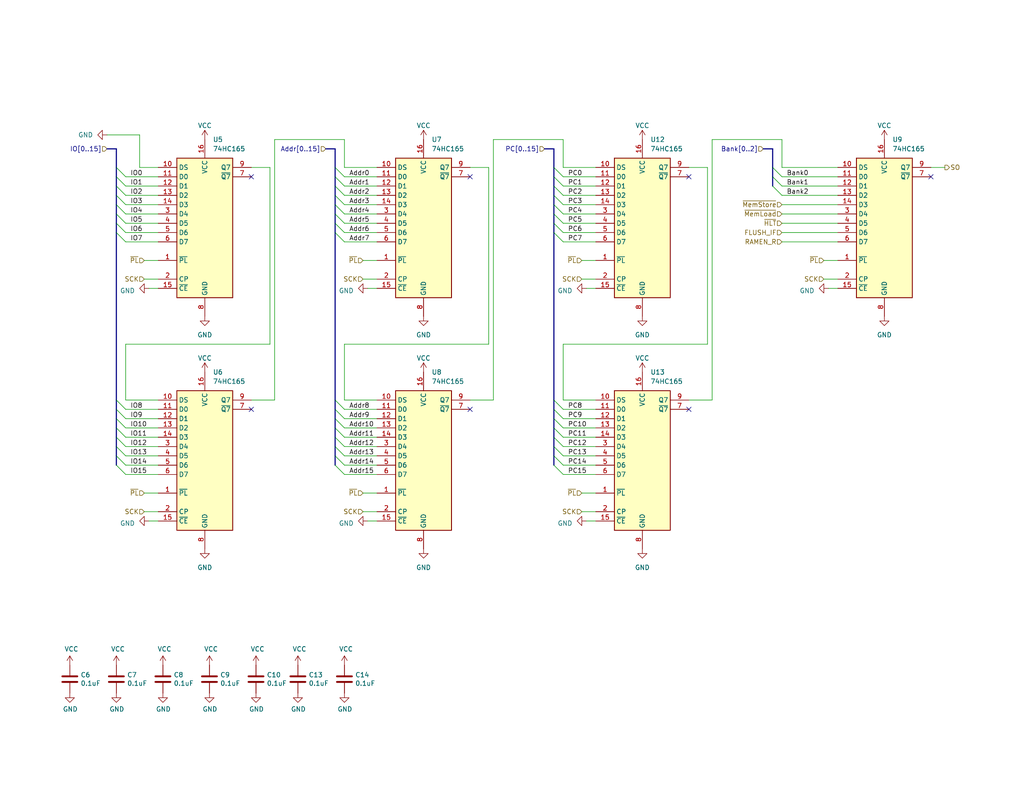
<source format=kicad_sch>
(kicad_sch (version 20250114) (generator "eeschema") (generator_version "9.0")
  (paper "USLetter")
  (title_block (date "2023-11-27"))
  (lib_symbols
    (symbol "Device:C" (pin_numbers (hide yes)) (pin_names (offset 0.254))
      (property "Reference" "C" (at 0.635 2.54 0))
      (property "Value" "C" (at 0.635 -2.54 0))
      (symbol "C_0_1"
        (polyline (pts (xy -2.032 0.762) (xy 2.032 0.762)) (stroke (width 0.508)))
        (polyline (pts (xy -2.032 -0.762) (xy 2.032 -0.762)) (stroke (width 0.508)))
      )
      (symbol "C_1_1"
        (pin passive line (at 0 3.81 270) (length 2.794) (name "~") (number "1"))
        (pin passive line (at 0 -3.81 90) (length 2.794) (name "~") (number "2"))
      )
    )
    (symbol "Turtle16:74HC165"
      (symbol "74HC165_1_0"
        (pin input line (at -12.7 15.24 0) (length 5.08) (name "DS") (number "10"))
        (pin input line (at -12.7 12.7 0) (length 5.08) (name "D0") (number "11"))
        (pin input line (at -12.7 10.16 0) (length 5.08) (name "D1") (number "12"))
        (pin input line (at -12.7 7.62 0) (length 5.08) (name "D2") (number "13"))
        (pin input line (at -12.7 5.08 0) (length 5.08) (name "D3") (number "14"))
        (pin input line (at -12.7 2.54 0) (length 5.08) (name "D4") (number "3"))
        (pin input line (at -12.7 0 0) (length 5.08) (name "D5") (number "4"))
        (pin input line (at -12.7 -2.54 0) (length 5.08) (name "D6") (number "5"))
        (pin input line (at -12.7 -5.08 0) (length 5.08) (name "D7") (number "6"))
        (pin input line (at -12.7 -10.16 0) (length 5.08) (name "~{PL}") (number "1"))
        (pin input line (at -12.7 -15.24 0) (length 5.08) (name "CP") (number "2"))
        (pin input line (at -12.7 -17.78 0) (length 5.08) (name "~{CE}") (number "15"))
        (pin power_in line (at 0 22.86 270) (length 5.08) (name "VCC") (number "16"))
        (pin power_in line (at 0 -25.4 90) (length 5.08) (name "GND") (number "8"))
        (pin output line (at 12.7 15.24 180) (length 5.08) (name "Q7") (number "9"))
        (pin output line (at 12.7 12.7 180) (length 5.08) (name "~{Q7}") (number "7"))
      )
      (symbol "74HC165_1_1"
        (rectangle (start -7.62 17.78) (end 7.62 -20.32) (stroke (width 0.254)) (fill (type background)))
      )
    )
    (symbol "power:GND" (power) (pin_names (offset 0))
      (property "Value" "GND" (at 0 -3.81 0))
      (symbol "GND_0_1"
        (polyline (pts (xy 0 0) (xy 0 -1.27) (xy 1.27 -1.27) (xy 0 -2.54) (xy -1.27 -1.27) (xy 0 -1.27)))
      )
      (symbol "GND_1_1"
        (pin power_in line (at 0 0 270) (length 0) (hide yes) (name "GND") (number "1"))
      )
    )
    (symbol "power:VCC" (power) (pin_names (offset 0))
      (property "Value" "VCC" (at 0 3.81 0))
      (symbol "VCC_0_1"
        (polyline (pts (xy -0.762 1.27) (xy 0 2.54)))
        (polyline (pts (xy 0 2.54) (xy 0.762 1.27)))
        (polyline (pts (xy 0 0) (xy 0 2.54)))
      )
      (symbol "VCC_1_1"
        (pin power_in line (at 0 0 90) (length 0) (hide yes) (name "VCC") (number "1"))
      )
    )
  )
  (no_connect (at 68.58 111.76))
  (no_connect (at 187.96 111.76))
  (no_connect (at 128.27 111.76))
  (no_connect (at 254 48.26))
  (no_connect (at 187.96 48.26))
  (no_connect (at 128.27 48.26))
  (no_connect (at 68.58 48.26))
  (bus_entry (at 151.13 55.88) (size 2.54 2.54))
  (bus_entry (at 91.44 60.96) (size 2.54 2.54))
  (bus_entry (at 151.13 109.22) (size 2.54 2.54))
  (bus_entry (at 91.44 50.8) (size 2.54 2.54))
  (bus_entry (at 31.75 127) (size 2.54 2.54))
  (bus_entry (at 31.75 114.3) (size 2.54 2.54))
  (bus_entry (at 31.75 55.88) (size 2.54 2.54))
  (bus_entry (at 151.13 114.3) (size 2.54 2.54))
  (bus_entry (at 31.75 60.96) (size 2.54 2.54))
  (bus_entry (at 91.44 116.84) (size 2.54 2.54))
  (bus_entry (at 31.75 111.76) (size 2.54 2.54))
  (bus_entry (at 91.44 48.26) (size 2.54 2.54))
  (bus_entry (at 151.13 53.34) (size 2.54 2.54))
  (bus_entry (at 151.13 50.8) (size 2.54 2.54))
  (bus_entry (at 31.75 45.72) (size 2.54 2.54))
  (bus_entry (at 210.82 50.8) (size 2.54 2.54))
  (bus_entry (at 31.75 109.22) (size 2.54 2.54))
  (bus_entry (at 91.44 121.92) (size 2.54 2.54))
  (bus_entry (at 210.82 45.72) (size 2.54 2.54))
  (bus_entry (at 151.13 45.72) (size 2.54 2.54))
  (bus_entry (at 31.75 48.26) (size 2.54 2.54))
  (bus_entry (at 91.44 109.22) (size 2.54 2.54))
  (bus_entry (at 31.75 121.92) (size 2.54 2.54))
  (bus_entry (at 151.13 124.46) (size 2.54 2.54))
  (bus_entry (at 91.44 53.34) (size 2.54 2.54))
  (bus_entry (at 31.75 58.42) (size 2.54 2.54))
  (bus_entry (at 91.44 114.3) (size 2.54 2.54))
  (bus_entry (at 151.13 60.96) (size 2.54 2.54))
  (bus_entry (at 151.13 119.38) (size 2.54 2.54))
  (bus_entry (at 91.44 45.72) (size 2.54 2.54))
  (bus_entry (at 151.13 48.26) (size 2.54 2.54))
  (bus_entry (at 91.44 127) (size 2.54 2.54))
  (bus_entry (at 31.75 116.84) (size 2.54 2.54))
  (bus_entry (at 151.13 63.5) (size 2.54 2.54))
  (bus_entry (at 91.44 58.42) (size 2.54 2.54))
  (bus_entry (at 91.44 63.5) (size 2.54 2.54))
  (bus_entry (at 151.13 127) (size 2.54 2.54))
  (bus_entry (at 31.75 119.38) (size 2.54 2.54))
  (bus_entry (at 91.44 124.46) (size 2.54 2.54))
  (bus_entry (at 151.13 116.84) (size 2.54 2.54))
  (bus_entry (at 91.44 111.76) (size 2.54 2.54))
  (bus_entry (at 151.13 58.42) (size 2.54 2.54))
  (bus_entry (at 31.75 63.5) (size 2.54 2.54))
  (bus_entry (at 210.82 48.26) (size 2.54 2.54))
  (bus_entry (at 151.13 111.76) (size 2.54 2.54))
  (bus_entry (at 31.75 50.8) (size 2.54 2.54))
  (bus_entry (at 91.44 55.88) (size 2.54 2.54))
  (bus_entry (at 91.44 119.38) (size 2.54 2.54))
  (bus_entry (at 151.13 121.92) (size 2.54 2.54))
  (bus_entry (at 31.75 53.34) (size 2.54 2.54))
  (bus_entry (at 31.75 124.46) (size 2.54 2.54))
  (wire (pts (xy 34.29 124.46) (xy 43.18 124.46)))
  (wire (pts (xy 153.67 121.92) (xy 162.56 121.92)))
  (wire (pts (xy 99.06 71.12) (xy 102.87 71.12)))
  (wire (pts (xy 68.58 45.72) (xy 73.66 45.72)))
  (bus (pts (xy 91.44 119.38) (xy 91.44 121.92)))
  (wire (pts (xy 102.87 45.72) (xy 93.98 45.72)))
  (wire (pts (xy 133.35 45.72) (xy 133.35 93.98)))
  (wire (pts (xy 153.67 58.42) (xy 162.56 58.42)))
  (bus (pts (xy 91.44 63.5) (xy 91.44 109.22)))
  (bus (pts (xy 91.44 109.22) (xy 91.44 111.76)))
  (wire (pts (xy 254 45.72) (xy 257.81 45.72)))
  (wire (pts (xy 39.37 76.2) (xy 43.18 76.2)))
  (bus (pts (xy 210.82 45.72) (xy 210.82 48.26)))
  (wire (pts (xy 34.29 129.54) (xy 43.18 129.54)))
  (bus (pts (xy 91.44 55.88) (xy 91.44 58.42)))
  (bus (pts (xy 31.75 53.34) (xy 31.75 55.88)))
  (bus (pts (xy 91.44 121.92) (xy 91.44 124.46)))
  (bus (pts (xy 151.13 111.76) (xy 151.13 114.3)))
  (wire (pts (xy 93.98 124.46) (xy 102.87 124.46)))
  (wire (pts (xy 153.67 60.96) (xy 162.56 60.96)))
  (bus (pts (xy 31.75 58.42) (xy 31.75 60.96)))
  (bus (pts (xy 151.13 121.92) (xy 151.13 124.46)))
  (wire (pts (xy 213.36 38.1) (xy 194.31 38.1)))
  (wire (pts (xy 93.98 116.84) (xy 102.87 116.84)))
  (wire (pts (xy 213.36 58.42) (xy 228.6 58.42)))
  (bus (pts (xy 151.13 58.42) (xy 151.13 60.96)))
  (bus (pts (xy 208.28 40.64) (xy 210.82 40.64)))
  (wire (pts (xy 153.67 116.84) (xy 162.56 116.84)))
  (bus (pts (xy 210.82 48.26) (xy 210.82 50.8)))
  (wire (pts (xy 153.67 45.72) (xy 153.67 38.1)))
  (wire (pts (xy 34.29 93.98) (xy 34.29 109.22)))
  (wire (pts (xy 213.36 60.96) (xy 228.6 60.96)))
  (bus (pts (xy 31.75 63.5) (xy 31.75 109.22)))
  (wire (pts (xy 153.67 119.38) (xy 162.56 119.38)))
  (bus (pts (xy 91.44 114.3) (xy 91.44 116.84)))
  (wire (pts (xy 93.98 127) (xy 102.87 127)))
  (bus (pts (xy 31.75 45.72) (xy 31.75 48.26)))
  (wire (pts (xy 213.36 48.26) (xy 228.6 48.26)))
  (wire (pts (xy 93.98 55.88) (xy 102.87 55.88)))
  (wire (pts (xy 158.75 139.7) (xy 162.56 139.7)))
  (bus (pts (xy 31.75 116.84) (xy 31.75 119.38)))
  (bus (pts (xy 151.13 40.64) (xy 151.13 45.72)))
  (wire (pts (xy 187.96 45.72) (xy 193.04 45.72)))
  (wire (pts (xy 153.67 48.26) (xy 162.56 48.26)))
  (wire (pts (xy 213.36 50.8) (xy 228.6 50.8)))
  (wire (pts (xy 228.6 66.04) (xy 213.36 66.04)))
  (bus (pts (xy 151.13 109.22) (xy 151.13 111.76)))
  (wire (pts (xy 93.98 121.92) (xy 102.87 121.92)))
  (wire (pts (xy 34.29 111.76) (xy 43.18 111.76)))
  (bus (pts (xy 91.44 116.84) (xy 91.44 119.38)))
  (wire (pts (xy 133.35 93.98) (xy 93.98 93.98)))
  (bus (pts (xy 31.75 114.3) (xy 31.75 116.84)))
  (wire (pts (xy 34.29 58.42) (xy 43.18 58.42)))
  (wire (pts (xy 213.36 38.1) (xy 213.36 45.72)))
  (wire (pts (xy 99.06 134.62) (xy 102.87 134.62)))
  (wire (pts (xy 73.66 45.72) (xy 73.66 93.98)))
  (wire (pts (xy 160.02 78.74) (xy 162.56 78.74)))
  (bus (pts (xy 151.13 114.3) (xy 151.13 116.84)))
  (wire (pts (xy 158.75 76.2) (xy 162.56 76.2)))
  (wire (pts (xy 153.67 50.8) (xy 162.56 50.8)))
  (wire (pts (xy 99.06 139.7) (xy 102.87 139.7)))
  (wire (pts (xy 93.98 60.96) (xy 102.87 60.96)))
  (wire (pts (xy 34.29 63.5) (xy 43.18 63.5)))
  (bus (pts (xy 29.21 40.64) (xy 31.75 40.64)))
  (bus (pts (xy 148.59 40.64) (xy 151.13 40.64)))
  (wire (pts (xy 34.29 60.96) (xy 43.18 60.96)))
  (wire (pts (xy 34.29 53.34) (xy 43.18 53.34)))
  (wire (pts (xy 153.67 111.76) (xy 162.56 111.76)))
  (bus (pts (xy 91.44 45.72) (xy 91.44 48.26)))
  (wire (pts (xy 93.98 66.04) (xy 102.87 66.04)))
  (wire (pts (xy 153.67 127) (xy 162.56 127)))
  (bus (pts (xy 151.13 116.84) (xy 151.13 119.38)))
  (wire (pts (xy 153.67 93.98) (xy 153.67 109.22)))
  (bus (pts (xy 151.13 48.26) (xy 151.13 50.8)))
  (wire (pts (xy 100.33 142.24) (xy 102.87 142.24)))
  (wire (pts (xy 40.64 78.74) (xy 43.18 78.74)))
  (wire (pts (xy 224.79 71.12) (xy 228.6 71.12)))
  (wire (pts (xy 93.98 53.34) (xy 102.87 53.34)))
  (wire (pts (xy 153.67 124.46) (xy 162.56 124.46)))
  (wire (pts (xy 193.04 45.72) (xy 193.04 93.98)))
  (wire (pts (xy 93.98 50.8) (xy 102.87 50.8)))
  (bus (pts (xy 91.44 50.8) (xy 91.44 53.34)))
  (wire (pts (xy 100.33 78.74) (xy 102.87 78.74)))
  (bus (pts (xy 91.44 58.42) (xy 91.44 60.96)))
  (wire (pts (xy 213.36 45.72) (xy 228.6 45.72)))
  (wire (pts (xy 34.29 114.3) (xy 43.18 114.3)))
  (wire (pts (xy 93.98 93.98) (xy 93.98 109.22)))
  (bus (pts (xy 210.82 40.64) (xy 210.82 45.72)))
  (bus (pts (xy 31.75 121.92) (xy 31.75 124.46)))
  (wire (pts (xy 40.64 142.24) (xy 43.18 142.24)))
  (wire (pts (xy 153.67 109.22) (xy 162.56 109.22)))
  (bus (pts (xy 151.13 53.34) (xy 151.13 55.88)))
  (wire (pts (xy 158.75 71.12) (xy 162.56 71.12)))
  (wire (pts (xy 153.67 38.1) (xy 134.62 38.1)))
  (wire (pts (xy 224.79 76.2) (xy 228.6 76.2)))
  (bus (pts (xy 91.44 53.34) (xy 91.44 55.88)))
  (wire (pts (xy 34.29 116.84) (xy 43.18 116.84)))
  (wire (pts (xy 99.06 76.2) (xy 102.87 76.2)))
  (wire (pts (xy 153.67 53.34) (xy 162.56 53.34)))
  (bus (pts (xy 31.75 109.22) (xy 31.75 111.76)))
  (wire (pts (xy 153.67 66.04) (xy 162.56 66.04)))
  (bus (pts (xy 151.13 50.8) (xy 151.13 53.34)))
  (wire (pts (xy 162.56 45.72) (xy 153.67 45.72)))
  (wire (pts (xy 153.67 55.88) (xy 162.56 55.88)))
  (bus (pts (xy 31.75 48.26) (xy 31.75 50.8)))
  (wire (pts (xy 194.31 109.22) (xy 194.31 38.1)))
  (wire (pts (xy 160.02 142.24) (xy 162.56 142.24)))
  (wire (pts (xy 39.37 139.7) (xy 43.18 139.7)))
  (wire (pts (xy 128.27 45.72) (xy 133.35 45.72)))
  (bus (pts (xy 31.75 111.76) (xy 31.75 114.3)))
  (wire (pts (xy 34.29 121.92) (xy 43.18 121.92)))
  (wire (pts (xy 93.98 119.38) (xy 102.87 119.38)))
  (wire (pts (xy 93.98 109.22) (xy 102.87 109.22)))
  (wire (pts (xy 213.36 53.34) (xy 228.6 53.34)))
  (wire (pts (xy 93.98 111.76) (xy 102.87 111.76)))
  (wire (pts (xy 226.06 78.74) (xy 228.6 78.74)))
  (wire (pts (xy 93.98 114.3) (xy 102.87 114.3)))
  (wire (pts (xy 39.37 134.62) (xy 43.18 134.62)))
  (wire (pts (xy 34.29 127) (xy 43.18 127)))
  (bus (pts (xy 31.75 55.88) (xy 31.75 58.42)))
  (wire (pts (xy 38.1 36.83) (xy 38.1 45.72)))
  (wire (pts (xy 213.36 55.88) (xy 228.6 55.88)))
  (wire (pts (xy 93.98 48.26) (xy 102.87 48.26)))
  (wire (pts (xy 34.29 48.26) (xy 43.18 48.26)))
  (bus (pts (xy 91.44 111.76) (xy 91.44 114.3)))
  (wire (pts (xy 34.29 109.22) (xy 43.18 109.22)))
  (wire (pts (xy 193.04 93.98) (xy 153.67 93.98)))
  (bus (pts (xy 91.44 48.26) (xy 91.44 50.8)))
  (bus (pts (xy 31.75 40.64) (xy 31.75 45.72)))
  (wire (pts (xy 128.27 109.22) (xy 134.62 109.22)))
  (bus (pts (xy 151.13 124.46) (xy 151.13 127)))
  (wire (pts (xy 39.37 71.12) (xy 43.18 71.12)))
  (wire (pts (xy 134.62 109.22) (xy 134.62 38.1)))
  (wire (pts (xy 93.98 45.72) (xy 93.98 38.1)))
  (wire (pts (xy 34.29 55.88) (xy 43.18 55.88)))
  (wire (pts (xy 29.21 36.83) (xy 38.1 36.83)))
  (wire (pts (xy 74.93 38.1) (xy 74.93 109.22)))
  (bus (pts (xy 31.75 119.38) (xy 31.75 121.92)))
  (bus (pts (xy 31.75 50.8) (xy 31.75 53.34)))
  (bus (pts (xy 151.13 119.38) (xy 151.13 121.92)))
  (wire (pts (xy 153.67 114.3) (xy 162.56 114.3)))
  (wire (pts (xy 93.98 63.5) (xy 102.87 63.5)))
  (bus (pts (xy 151.13 60.96) (xy 151.13 63.5)))
  (wire (pts (xy 93.98 129.54) (xy 102.87 129.54)))
  (bus (pts (xy 91.44 124.46) (xy 91.44 127)))
  (wire (pts (xy 73.66 93.98) (xy 34.29 93.98)))
  (wire (pts (xy 187.96 109.22) (xy 194.31 109.22)))
  (wire (pts (xy 93.98 58.42) (xy 102.87 58.42)))
  (bus (pts (xy 31.75 60.96) (xy 31.75 63.5)))
  (wire (pts (xy 93.98 38.1) (xy 74.93 38.1)))
  (bus (pts (xy 91.44 40.64) (xy 91.44 45.72)))
  (bus (pts (xy 151.13 45.72) (xy 151.13 48.26)))
  (wire (pts (xy 158.75 134.62) (xy 162.56 134.62)))
  (wire (pts (xy 153.67 129.54) (xy 162.56 129.54)))
  (bus (pts (xy 31.75 124.46) (xy 31.75 127)))
  (wire (pts (xy 34.29 119.38) (xy 43.18 119.38)))
  (bus (pts (xy 151.13 55.88) (xy 151.13 58.42)))
  (wire (pts (xy 153.67 63.5) (xy 162.56 63.5)))
  (bus (pts (xy 91.44 60.96) (xy 91.44 63.5)))
  (bus (pts (xy 151.13 63.5) (xy 151.13 109.22)))
  (wire (pts (xy 34.29 50.8) (xy 43.18 50.8)))
  (wire (pts (xy 34.29 66.04) (xy 43.18 66.04)))
  (bus (pts (xy 88.9 40.64) (xy 91.44 40.64)))
  (wire (pts (xy 38.1 45.72) (xy 43.18 45.72)))
  (wire (pts (xy 228.6 63.5) (xy 213.36 63.5)))
  (wire (pts (xy 74.93 109.22) (xy 68.58 109.22)))
  (label "PC4" (at 154.94 58.42 0))
  (label "IO10" (at 35.56 116.84 0))
  (label "IO9" (at 35.56 114.3 0))
  (label "IO13" (at 35.56 124.46 0))
  (label "IO14" (at 35.56 127 0))
  (label "IO11" (at 35.56 119.38 0))
  (label "Addr13" (at 95.25 124.46 0))
  (label "Addr1" (at 95.25 50.8 0))
  (label "PC5" (at 154.94 60.96 0))
  (label "IO5" (at 35.56 60.96 0))
  (label "Addr12" (at 95.25 121.92 0))
  (label "Addr11" (at 95.25 119.38 0))
  (label "Addr6" (at 95.25 63.5 0))
  (label "IO7" (at 35.56 66.04 0))
  (label "IO8" (at 35.56 111.76 0))
  (label "Bank0" (at 214.63 48.26 0))
  (label "PC11" (at 154.94 119.38 0))
  (label "PC14" (at 154.94 127 0))
  (label "IO0" (at 35.56 48.26 0))
  (label "PC6" (at 154.94 63.5 0))
  (label "IO1" (at 35.56 50.8 0))
  (label "PC7" (at 154.94 66.04 0))
  (label "Addr14" (at 95.25 127 0))
  (label "IO12" (at 35.56 121.92 0))
  (label "Addr8" (at 95.25 111.76 0))
  (label "PC0" (at 154.94 48.26 0))
  (label "Addr10" (at 95.25 116.84 0))
  (label "PC3" (at 154.94 55.88 0))
  (label "IO6" (at 35.56 63.5 0))
  (label "Addr15" (at 95.25 129.54 0))
  (label "Addr5" (at 95.25 60.96 0))
  (label "PC8" (at 154.94 111.76 0))
  (label "IO4" (at 35.56 58.42 0))
  (label "Bank1" (at 214.63 50.8 0))
  (label "PC9" (at 154.94 114.3 0))
  (label "Addr9" (at 95.25 114.3 0))
  (label "IO3" (at 35.56 55.88 0))
  (label "PC1" (at 154.94 50.8 0))
  (label "Addr3" (at 95.25 55.88 0))
  (label "Bank2" (at 214.63 53.34 0))
  (label "IO15" (at 35.56 129.54 0))
  (label "PC10" (at 154.94 116.84 0))
  (label "Addr0" (at 95.25 48.26 0))
  (label "Addr7" (at 95.25 66.04 0))
  (label "IO2" (at 35.56 53.34 0))
  (label "PC2" (at 154.94 53.34 0))
  (label "PC15" (at 154.94 129.54 0))
  (label "PC12" (at 154.94 121.92 0))
  (label "PC13" (at 154.94 124.46 0))
  (label "Addr2" (at 95.25 53.34 0))
  (label "Addr4" (at 95.25 58.42 0))
  (hierarchical_label "FLUSH_IF" (shape input) (at 213.36 63.5 180))
  (hierarchical_label "~{HLT}" (shape input) (at 213.36 60.96 180))
  (hierarchical_label "~{PL}" (shape input) (at 224.79 71.12 180))
  (hierarchical_label "~{MemLoad}" (shape input) (at 213.36 58.42 180))
  (hierarchical_label "Addr[0..15]" (shape input) (at 88.9 40.64 180))
  (hierarchical_label "RAMEN_R" (shape input) (at 213.36 66.04 180))
  (hierarchical_label "~{PL}" (shape input) (at 158.75 134.62 180))
  (hierarchical_label "SCK" (shape input) (at 39.37 139.7 180))
  (hierarchical_label "~{PL}" (shape input) (at 99.06 134.62 180))
  (hierarchical_label "SCK" (shape input) (at 99.06 76.2 180))
  (hierarchical_label "~{PL}" (shape input) (at 99.06 71.12 180))
  (hierarchical_label "SCK" (shape input) (at 224.79 76.2 180))
  (hierarchical_label "SCK" (shape input) (at 158.75 76.2 180))
  (hierarchical_label "~{PL}" (shape input) (at 158.75 71.12 180))
  (hierarchical_label "~{PL}" (shape input) (at 39.37 71.12 180))
  (hierarchical_label "SO" (shape output) (at 257.81 45.72 0))
  (hierarchical_label "~{MemStore}" (shape input) (at 213.36 55.88 180))
  (hierarchical_label "SCK" (shape input) (at 39.37 76.2 180))
  (hierarchical_label "SCK" (shape input) (at 158.75 139.7 180))
  (hierarchical_label "~{PL}" (shape input) (at 39.37 134.62 180))
  (hierarchical_label "Bank[0..2]" (shape input) (at 208.28 40.64 180))
  (hierarchical_label "SCK" (shape input) (at 99.06 139.7 180))
  (hierarchical_label "PC[0..15]" (shape input) (at 148.59 40.64 180))
  (hierarchical_label "IO[0..15]" (shape input) (at 29.21 40.64 180))
  (symbol (lib_id "power:VCC") (at 31.75 181.61 0) (unit 1)
    (property "Reference" "#PWR053" (effects (hide yes)))
    (property "Value" "VCC" (at 32.1818 177.2158 0))
    (instances (project "ProcessorBoardTestFixture" (path "" (reference "#PWR053") (unit 1))) (project "Memory" (path "" (reference "#PWR0381") (unit 1))))
  )
  (symbol (lib_id "power:GND") (at 29.21 36.83 270) (unit 1)
    (property "Reference" "#PWR059" (effects (hide yes)))
    (property "Value" "GND" (at 25.4 36.83 90) (effects (justify right)))
  )
  (symbol (lib_id "Device:C") (at 57.15 185.42 0) (unit 1)
    (property "Reference" "C9" (at 60.071 184.2516 0) (effects (justify left)))
    (property "Value" "0.1uF" (at 60.071 186.563 0) (effects (justify left)))
    (property "Footprint" "Capacitor_SMD:C_0603_1608Metric" (effects (hide yes)))
    (property "Datasheet" "https://www.mouser.com/datasheet/2/396/taiyo_yuden_12132018_mlcc11_hq_e-1510082.pdf" (effects (hide yes)))
    (property "Manufacturer" "Taiyo Yuden" (effects (hide yes)))
    (property "Manufacturer#" "EMK107B7104KAHT" (effects (hide yes)))
    (property "Mouser#" "963-EMK107B7104KAHT" (effects (hide yes)))
    (property "Digikey#" "587-6004-1-ND" (effects (hide yes)))
    (instances (project "ProcessorBoardTestFixture" (path "" (reference "C9") (unit 1))) (project "Memory" (path "" (reference "C65") (unit 1))))
  )
  (symbol (lib_id "power:GND") (at 40.64 78.74 270) (unit 1)
    (property "Reference" "#PWR062" (effects (hide yes)))
    (property "Value" "GND" (at 36.83 79.375 90) (effects (justify right)))
  )
  (symbol (lib_id "power:VCC") (at 175.26 101.6 0) (unit 1)
    (property "Reference" "#PWR091" (effects (hide yes)))
    (property "Value" "VCC" (at 175.26 97.79 0))
  )
  (symbol (lib_id "power:GND") (at 31.75 189.23 0) (unit 1)
    (property "Reference" "#PWR054" (effects (hide yes)))
    (property "Value" "GND" (at 31.877 193.6242 0))
    (instances (project "ProcessorBoardTestFixture" (path "" (reference "#PWR054") (unit 1))) (project "Memory" (path "" (reference "#PWR0382") (unit 1))))
  )
  (symbol (lib_id "power:GND") (at 44.45 189.23 0) (unit 1)
    (property "Reference" "#PWR056" (effects (hide yes)))
    (property "Value" "GND" (at 44.577 193.6242 0))
    (instances (project "ProcessorBoardTestFixture" (path "" (reference "#PWR056") (unit 1))) (project "Memory" (path "" (reference "#PWR0382") (unit 1))))
  )
  (symbol (lib_id "Device:C") (at 44.45 185.42 0) (unit 1)
    (property "Reference" "C8" (at 47.371 184.2516 0) (effects (justify left)))
    (property "Value" "0.1uF" (at 47.371 186.563 0) (effects (justify left)))
    (property "Footprint" "Capacitor_SMD:C_0603_1608Metric" (effects (hide yes)))
    (property "Datasheet" "https://www.mouser.com/datasheet/2/396/taiyo_yuden_12132018_mlcc11_hq_e-1510082.pdf" (effects (hide yes)))
    (property "Manufacturer" "Taiyo Yuden" (effects (hide yes)))
    (property "Manufacturer#" "EMK107B7104KAHT" (effects (hide yes)))
    (property "Mouser#" "963-EMK107B7104KAHT" (effects (hide yes)))
    (property "Digikey#" "587-6004-1-ND" (effects (hide yes)))
    (instances (project "ProcessorBoardTestFixture" (path "" (reference "C8") (unit 1))) (project "Memory" (path "" (reference "C65") (unit 1))))
  )
  (symbol (lib_id "power:GND") (at 115.57 149.86 0) (unit 1)
    (property "Reference" "#PWR073" (effects (hide yes)))
    (property "Value" "GND" (at 115.57 154.94 0))
  )
  (symbol (lib_id "Turtle16:74HC165") (at 115.57 124.46 0) (unit 1)
    (property "Reference" "U8" (at 117.7641 101.6 0) (effects (justify left)))
    (property "Value" "74HC165" (at 117.7641 104.14 0) (effects (justify left)))
    (property "Footprint" "Package_SO:TSSOP-16_4.4x5mm_P0.65mm" (effects (hide yes)))
    (property "Datasheet" "https://www.mouser.com/datasheet/2/916/74HC_HCT165_Q100-2937323.pdf" (effects (hide yes)))
    (property "Manufacturer" "Nexperia" (effects (hide yes)))
    (property "Manufacturer#" "74HC165PW-Q100,118" (effects (hide yes)))
    (property "Mouser#" "771-74HC165PWQ100118" (effects (hide yes)))
    (property "Digikey#" "1727-8390-1-ND" (effects (hide yes)))
  )
  (symbol (lib_id "power:GND") (at 100.33 142.24 270) (unit 1)
    (property "Reference" "#PWR069" (effects (hide yes)))
    (property "Value" "GND" (at 96.52 142.875 90) (effects (justify right)))
  )
  (symbol (lib_id "power:GND") (at 40.64 142.24 270) (unit 1)
    (property "Reference" "#PWR063" (effects (hide yes)))
    (property "Value" "GND" (at 36.83 142.875 90) (effects (justify right)))
  )
  (symbol (lib_id "power:GND") (at 160.02 142.24 270) (unit 1)
    (property "Reference" "#PWR075" (effects (hide yes)))
    (property "Value" "GND" (at 156.21 142.875 90) (effects (justify right)))
  )
  (symbol (lib_id "Device:C") (at 93.98 185.42 0) (unit 1)
    (property "Reference" "C14" (at 96.901 184.2516 0) (effects (justify left)))
    (property "Value" "0.1uF" (at 96.901 186.563 0) (effects (justify left)))
    (property "Footprint" "Capacitor_SMD:C_0603_1608Metric" (effects (hide yes)))
    (property "Datasheet" "https://www.mouser.com/datasheet/2/396/taiyo_yuden_12132018_mlcc11_hq_e-1510082.pdf" (effects (hide yes)))
    (property "Manufacturer" "Taiyo Yuden" (effects (hide yes)))
    (property "Manufacturer#" "EMK107B7104KAHT" (effects (hide yes)))
    (property "Mouser#" "963-EMK107B7104KAHT" (effects (hide yes)))
    (property "Digikey#" "587-6004-1-ND" (effects (hide yes)))
    (instances (project "ProcessorBoardTestFixture" (path "" (reference "C14") (unit 1))) (project "Memory" (path "" (reference "C65") (unit 1))))
  )
  (symbol (lib_id "Turtle16:74HC165") (at 115.57 60.96 0) (unit 1)
    (property "Reference" "U7" (at 117.7641 38.1 0) (effects (justify left)))
    (property "Value" "74HC165" (at 117.7641 40.64 0) (effects (justify left)))
    (property "Footprint" "Package_SO:TSSOP-16_4.4x5mm_P0.65mm" (effects (hide yes)))
    (property "Datasheet" "https://www.mouser.com/datasheet/2/916/74HC_HCT165_Q100-2937323.pdf" (effects (hide yes)))
    (property "Manufacturer" "Nexperia" (effects (hide yes)))
    (property "Manufacturer#" "74HC165PW-Q100,118" (effects (hide yes)))
    (property "Mouser#" "771-74HC165PWQ100118" (effects (hide yes)))
    (property "Digikey#" "1727-8390-1-ND" (effects (hide yes)))
  )
  (symbol (lib_id "Turtle16:74HC165") (at 175.26 60.96 0) (unit 1)
    (property "Reference" "U12" (at 177.4541 38.1 0) (effects (justify left)))
    (property "Value" "74HC165" (at 177.4541 40.64 0) (effects (justify left)))
    (property "Footprint" "Package_SO:TSSOP-16_4.4x5mm_P0.65mm" (effects (hide yes)))
    (property "Datasheet" "https://www.mouser.com/datasheet/2/916/74HC_HCT165_Q100-2937323.pdf" (effects (hide yes)))
    (property "Manufacturer" "Nexperia" (effects (hide yes)))
    (property "Manufacturer#" "74HC165PW-Q100,118" (effects (hide yes)))
    (property "Mouser#" "771-74HC165PWQ100118" (effects (hide yes)))
    (property "Digikey#" "1727-8390-1-ND" (effects (hide yes)))
  )
  (symbol (lib_id "power:VCC") (at 175.26 38.1 0) (unit 1)
    (property "Reference" "#PWR089" (effects (hide yes)))
    (property "Value" "VCC" (at 175.26 34.29 0))
  )
  (symbol (lib_id "power:GND") (at 55.88 149.86 0) (unit 1)
    (property "Reference" "#PWR067" (effects (hide yes)))
    (property "Value" "GND" (at 55.88 154.94 0))
  )
  (symbol (lib_id "power:VCC") (at 57.15 181.61 0) (unit 1)
    (property "Reference" "#PWR057" (effects (hide yes)))
    (property "Value" "VCC" (at 57.5818 177.2158 0))
    (instances (project "ProcessorBoardTestFixture" (path "" (reference "#PWR057") (unit 1))) (project "Memory" (path "" (reference "#PWR0381") (unit 1))))
  )
  (symbol (lib_id "power:VCC") (at 93.98 181.61 0) (unit 1)
    (property "Reference" "#PWR095" (effects (hide yes)))
    (property "Value" "VCC" (at 94.4118 177.2158 0))
    (instances (project "ProcessorBoardTestFixture" (path "" (reference "#PWR095") (unit 1))) (project "Memory" (path "" (reference "#PWR0381") (unit 1))))
  )
  (symbol (lib_id "power:VCC") (at 55.88 38.1 0) (unit 1)
    (property "Reference" "#PWR064" (effects (hide yes)))
    (property "Value" "VCC" (at 55.88 34.29 0))
  )
  (symbol (lib_id "power:VCC") (at 19.05 181.61 0) (unit 1)
    (property "Reference" "#PWR051" (effects (hide yes)))
    (property "Value" "VCC" (at 19.4818 177.2158 0))
    (instances (project "ProcessorBoardTestFixture" (path "" (reference "#PWR051") (unit 1))) (project "Memory" (path "" (reference "#PWR0381") (unit 1))))
  )
  (symbol (lib_id "power:VCC") (at 69.85 181.61 0) (unit 1)
    (property "Reference" "#PWR060" (effects (hide yes)))
    (property "Value" "VCC" (at 70.2818 177.2158 0))
    (instances (project "ProcessorBoardTestFixture" (path "" (reference "#PWR060") (unit 1))) (project "Memory" (path "" (reference "#PWR0381") (unit 1))))
  )
  (symbol (lib_id "Device:C") (at 31.75 185.42 0) (unit 1)
    (property "Reference" "C7" (at 34.671 184.2516 0) (effects (justify left)))
    (property "Value" "0.1uF" (at 34.671 186.563 0) (effects (justify left)))
    (property "Footprint" "Capacitor_SMD:C_0603_1608Metric" (effects (hide yes)))
    (property "Datasheet" "https://www.mouser.com/datasheet/2/396/taiyo_yuden_12132018_mlcc11_hq_e-1510082.pdf" (effects (hide yes)))
    (property "Manufacturer" "Taiyo Yuden" (effects (hide yes)))
    (property "Manufacturer#" "EMK107B7104KAHT" (effects (hide yes)))
    (property "Mouser#" "963-EMK107B7104KAHT" (effects (hide yes)))
    (property "Digikey#" "587-6004-1-ND" (effects (hide yes)))
    (instances (project "ProcessorBoardTestFixture" (path "" (reference "C7") (unit 1))) (project "Memory" (path "" (reference "C65") (unit 1))))
  )
  (symbol (lib_id "power:VCC") (at 81.28 181.61 0) (unit 1)
    (property "Reference" "#PWR093" (effects (hide yes)))
    (property "Value" "VCC" (at 81.7118 177.2158 0))
    (instances (project "ProcessorBoardTestFixture" (path "" (reference "#PWR093") (unit 1))) (project "Memory" (path "" (reference "#PWR0381") (unit 1))))
  )
  (symbol (lib_id "Device:C") (at 69.85 185.42 0) (unit 1)
    (property "Reference" "C10" (at 72.771 184.2516 0) (effects (justify left)))
    (property "Value" "0.1uF" (at 72.771 186.563 0) (effects (justify left)))
    (property "Footprint" "Capacitor_SMD:C_0603_1608Metric" (effects (hide yes)))
    (property "Datasheet" "https://www.mouser.com/datasheet/2/396/taiyo_yuden_12132018_mlcc11_hq_e-1510082.pdf" (effects (hide yes)))
    (property "Manufacturer" "Taiyo Yuden" (effects (hide yes)))
    (property "Manufacturer#" "EMK107B7104KAHT" (effects (hide yes)))
    (property "Mouser#" "963-EMK107B7104KAHT" (effects (hide yes)))
    (property "Digikey#" "587-6004-1-ND" (effects (hide yes)))
    (instances (project "ProcessorBoardTestFixture" (path "" (reference "C10") (unit 1))) (project "Memory" (path "" (reference "C65") (unit 1))))
  )
  (symbol (lib_id "power:VCC") (at 55.88 101.6 0) (unit 1)
    (property "Reference" "#PWR066" (effects (hide yes)))
    (property "Value" "VCC" (at 55.88 97.79 0))
  )
  (symbol (lib_id "power:GND") (at 19.05 189.23 0) (unit 1)
    (property "Reference" "#PWR052" (effects (hide yes)))
    (property "Value" "GND" (at 19.177 193.6242 0))
    (instances (project "ProcessorBoardTestFixture" (path "" (reference "#PWR052") (unit 1))) (project "Memory" (path "" (reference "#PWR0382") (unit 1))))
  )
  (symbol (lib_id "power:GND") (at 175.26 86.36 0) (unit 1)
    (property "Reference" "#PWR090" (effects (hide yes)))
    (property "Value" "GND" (at 175.26 91.44 0))
  )
  (symbol (lib_id "power:GND") (at 69.85 189.23 0) (unit 1)
    (property "Reference" "#PWR061" (effects (hide yes)))
    (property "Value" "GND" (at 69.977 193.6242 0))
    (instances (project "ProcessorBoardTestFixture" (path "" (reference "#PWR061") (unit 1))) (project "Memory" (path "" (reference "#PWR0382") (unit 1))))
  )
  (symbol (lib_id "power:GND") (at 81.28 189.23 0) (unit 1)
    (property "Reference" "#PWR094" (effects (hide yes)))
    (property "Value" "GND" (at 81.407 193.6242 0))
    (instances (project "ProcessorBoardTestFixture" (path "" (reference "#PWR094") (unit 1))) (project "Memory" (path "" (reference "#PWR0382") (unit 1))))
  )
  (symbol (lib_id "power:GND") (at 241.3 86.36 0) (unit 1)
    (property "Reference" "#PWR078" (effects (hide yes)))
    (property "Value" "GND" (at 241.3 91.44 0))
  )
  (symbol (lib_id "Turtle16:74HC165") (at 55.88 60.96 0) (unit 1)
    (property "Reference" "U5" (at 58.0741 38.1 0) (effects (justify left)))
    (property "Value" "74HC165" (at 58.0741 40.64 0) (effects (justify left)))
    (property "Footprint" "Package_SO:TSSOP-16_4.4x5mm_P0.65mm" (effects (hide yes)))
    (property "Datasheet" "https://www.mouser.com/datasheet/2/916/74HC_HCT165_Q100-2937323.pdf" (effects (hide yes)))
    (property "Manufacturer" "Nexperia" (effects (hide yes)))
    (property "Manufacturer#" "74HC165PW-Q100,118" (effects (hide yes)))
    (property "Mouser#" "771-74HC165PWQ100118" (effects (hide yes)))
    (property "Digikey#" "1727-8390-1-ND" (effects (hide yes)))
  )
  (symbol (lib_id "power:GND") (at 160.02 78.74 270) (unit 1)
    (property "Reference" "#PWR074" (effects (hide yes)))
    (property "Value" "GND" (at 156.21 79.375 90) (effects (justify right)))
  )
  (symbol (lib_id "Turtle16:74HC165") (at 55.88 124.46 0) (unit 1)
    (property "Reference" "U6" (at 58.0741 101.6 0) (effects (justify left)))
    (property "Value" "74HC165" (at 58.0741 104.14 0) (effects (justify left)))
    (property "Footprint" "Package_SO:TSSOP-16_4.4x5mm_P0.65mm" (effects (hide yes)))
    (property "Datasheet" "https://www.mouser.com/datasheet/2/916/74HC_HCT165_Q100-2937323.pdf" (effects (hide yes)))
    (property "Manufacturer" "Nexperia" (effects (hide yes)))
    (property "Manufacturer#" "74HC165PW-Q100,118" (effects (hide yes)))
    (property "Mouser#" "771-74HC165PWQ100118" (effects (hide yes)))
    (property "Digikey#" "1727-8390-1-ND" (effects (hide yes)))
  )
  (symbol (lib_id "Device:C") (at 19.05 185.42 0) (unit 1)
    (property "Reference" "C6" (at 21.971 184.2516 0) (effects (justify left)))
    (property "Value" "0.1uF" (at 21.971 186.563 0) (effects (justify left)))
    (property "Footprint" "Capacitor_SMD:C_0603_1608Metric" (effects (hide yes)))
    (property "Datasheet" "https://www.mouser.com/datasheet/2/396/taiyo_yuden_12132018_mlcc11_hq_e-1510082.pdf" (effects (hide yes)))
    (property "Manufacturer" "Taiyo Yuden" (effects (hide yes)))
    (property "Manufacturer#" "EMK107B7104KAHT" (effects (hide yes)))
    (property "Mouser#" "963-EMK107B7104KAHT" (effects (hide yes)))
    (property "Digikey#" "587-6004-1-ND" (effects (hide yes)))
    (instances (project "ProcessorBoardTestFixture" (path "" (reference "C6") (unit 1))) (project "Memory" (path "" (reference "C65") (unit 1))))
  )
  (symbol (lib_id "power:VCC") (at 115.57 38.1 0) (unit 1)
    (property "Reference" "#PWR070" (effects (hide yes)))
    (property "Value" "VCC" (at 115.57 34.29 0))
  )
  (symbol (lib_id "power:GND") (at 100.33 78.74 270) (unit 1)
    (property "Reference" "#PWR068" (effects (hide yes)))
    (property "Value" "GND" (at 96.52 79.375 90) (effects (justify right)))
  )
  (symbol (lib_id "power:GND") (at 93.98 189.23 0) (unit 1)
    (property "Reference" "#PWR096" (effects (hide yes)))
    (property "Value" "GND" (at 94.107 193.6242 0))
    (instances (project "ProcessorBoardTestFixture" (path "" (reference "#PWR096") (unit 1))) (project "Memory" (path "" (reference "#PWR0382") (unit 1))))
  )
  (symbol (lib_id "Device:C") (at 81.28 185.42 0) (unit 1)
    (property "Reference" "C13" (at 84.201 184.2516 0) (effects (justify left)))
    (property "Value" "0.1uF" (at 84.201 186.563 0) (effects (justify left)))
    (property "Footprint" "Capacitor_SMD:C_0603_1608Metric" (effects (hide yes)))
    (property "Datasheet" "https://www.mouser.com/datasheet/2/396/taiyo_yuden_12132018_mlcc11_hq_e-1510082.pdf" (effects (hide yes)))
    (property "Manufacturer" "Taiyo Yuden" (effects (hide yes)))
    (property "Manufacturer#" "EMK107B7104KAHT" (effects (hide yes)))
    (property "Mouser#" "963-EMK107B7104KAHT" (effects (hide yes)))
    (property "Digikey#" "587-6004-1-ND" (effects (hide yes)))
    (instances (project "ProcessorBoardTestFixture" (path "" (reference "C13") (unit 1))) (project "Memory" (path "" (reference "C65") (unit 1))))
  )
  (symbol (lib_id "power:VCC") (at 241.3 38.1 0) (unit 1)
    (property "Reference" "#PWR077" (effects (hide yes)))
    (property "Value" "VCC" (at 241.3 34.29 0))
  )
  (symbol (lib_id "power:VCC") (at 44.45 181.61 0) (unit 1)
    (property "Reference" "#PWR055" (effects (hide yes)))
    (property "Value" "VCC" (at 44.8818 177.2158 0))
    (instances (project "ProcessorBoardTestFixture" (path "" (reference "#PWR055") (unit 1))) (project "Memory" (path "" (reference "#PWR0381") (unit 1))))
  )
  (symbol (lib_id "power:GND") (at 115.57 86.36 0) (unit 1)
    (property "Reference" "#PWR071" (effects (hide yes)))
    (property "Value" "GND" (at 115.57 91.44 0))
  )
  (symbol (lib_id "power:VCC") (at 115.57 101.6 0) (unit 1)
    (property "Reference" "#PWR072" (effects (hide yes)))
    (property "Value" "VCC" (at 115.57 97.79 0))
  )
  (symbol (lib_id "power:GND") (at 175.26 149.86 0) (unit 1)
    (property "Reference" "#PWR092" (effects (hide yes)))
    (property "Value" "GND" (at 175.26 154.94 0))
  )
  (symbol (lib_id "power:GND") (at 226.06 78.74 270) (unit 1)
    (property "Reference" "#PWR076" (effects (hide yes)))
    (property "Value" "GND" (at 222.25 79.375 90) (effects (justify right)))
  )
  (symbol (lib_id "Turtle16:74HC165") (at 241.3 60.96 0) (unit 1)
    (property "Reference" "U9" (at 243.4941 38.1 0) (effects (justify left)))
    (property "Value" "74HC165" (at 243.4941 40.64 0) (effects (justify left)))
    (property "Footprint" "Package_SO:TSSOP-16_4.4x5mm_P0.65mm" (effects (hide yes)))
    (property "Datasheet" "https://www.mouser.com/datasheet/2/916/74HC_HCT165_Q100-2937323.pdf" (effects (hide yes)))
    (property "Manufacturer" "Nexperia" (effects (hide yes)))
    (property "Manufacturer#" "74HC165PW-Q100,118" (effects (hide yes)))
    (property "Mouser#" "771-74HC165PWQ100118" (effects (hide yes)))
    (property "Digikey#" "1727-8390-1-ND" (effects (hide yes)))
  )
  (symbol (lib_id "Turtle16:74HC165") (at 175.26 124.46 0) (unit 1)
    (property "Reference" "U13" (at 177.4541 101.6 0) (effects (justify left)))
    (property "Value" "74HC165" (at 177.4541 104.14 0) (effects (justify left)))
    (property "Footprint" "Package_SO:TSSOP-16_4.4x5mm_P0.65mm" (effects (hide yes)))
    (property "Datasheet" "https://www.mouser.com/datasheet/2/916/74HC_HCT165_Q100-2937323.pdf" (effects (hide yes)))
    (property "Manufacturer" "Nexperia" (effects (hide yes)))
    (property "Manufacturer#" "74HC165PW-Q100,118" (effects (hide yes)))
    (property "Mouser#" "771-74HC165PWQ100118" (effects (hide yes)))
    (property "Digikey#" "1727-8390-1-ND" (effects (hide yes)))
  )
  (symbol (lib_id "power:GND") (at 57.15 189.23 0) (unit 1)
    (property "Reference" "#PWR058" (effects (hide yes)))
    (property "Value" "GND" (at 57.277 193.6242 0))
    (instances (project "ProcessorBoardTestFixture" (path "" (reference "#PWR058") (unit 1))) (project "Memory" (path "" (reference "#PWR0382") (unit 1))))
  )
  (symbol (lib_id "power:GND") (at 55.88 86.36 0) (unit 1)
    (property "Reference" "#PWR065" (effects (hide yes)))
    (property "Value" "GND" (at 55.88 91.44 0))
  )
)
</source>
